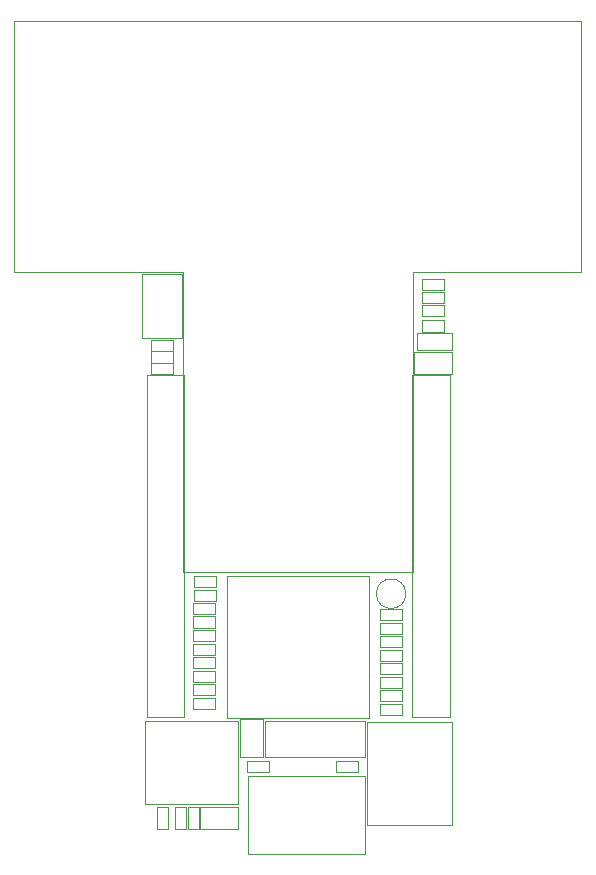
<source format=gbr>
G04 #@! TF.GenerationSoftware,KiCad,Pcbnew,(5.1.5-0)*
G04 #@! TF.CreationDate,2024-09-01T10:05:18-07:00*
G04 #@! TF.ProjectId,wvr_v.1.0,7776725f-762e-4312-9e30-2e6b69636164,rev?*
G04 #@! TF.SameCoordinates,Original*
G04 #@! TF.FileFunction,Other,User*
%FSLAX46Y46*%
G04 Gerber Fmt 4.6, Leading zero omitted, Abs format (unit mm)*
G04 Created by KiCad (PCBNEW (5.1.5-0)) date 2024-09-01 10:05:18*
%MOMM*%
%LPD*%
G04 APERTURE LIST*
%ADD10C,0.050000*%
G04 APERTURE END LIST*
D10*
X131020000Y-25190000D02*
X132880000Y-25190000D01*
X131020000Y-26130000D02*
X131020000Y-25190000D01*
X132880000Y-26130000D02*
X131020000Y-26130000D01*
X132880000Y-25190000D02*
X132880000Y-26130000D01*
X140523000Y-55340740D02*
X138623000Y-55340740D01*
X138623000Y-55340740D02*
X138623000Y-58540740D01*
X140523000Y-58540740D02*
X138623000Y-58540740D01*
X140523000Y-55340740D02*
X140523000Y-58540740D01*
X130520000Y-62540000D02*
X138420000Y-62540000D01*
X130520000Y-55440000D02*
X138420000Y-55440000D01*
X138420000Y-55440000D02*
X138420000Y-62540000D01*
X130520000Y-55440000D02*
X130520000Y-62540000D01*
X133680000Y-23090000D02*
X130280000Y-23090000D01*
X133680000Y-17590000D02*
X133680000Y-23090000D01*
X130280000Y-17590000D02*
X133680000Y-17590000D01*
X130280000Y-23090000D02*
X130280000Y-17590000D01*
X137480000Y-43240000D02*
X149480000Y-43240000D01*
X137480000Y-55240000D02*
X137480000Y-43240000D01*
X149480000Y-55240000D02*
X137480000Y-55240000D01*
X149480000Y-43240000D02*
X149480000Y-55240000D01*
X139310000Y-60115000D02*
X149210000Y-60115000D01*
X149210000Y-60115000D02*
X149210000Y-66726000D01*
X149210000Y-66726000D02*
X139310000Y-66726000D01*
X139310000Y-66726000D02*
X139310000Y-60115000D01*
X167500000Y-17500000D02*
X153250000Y-17500000D01*
X167500000Y3800000D02*
X167500000Y-17500000D01*
X119500000Y3800000D02*
X167500000Y3800000D01*
X119500000Y-17500000D02*
X119500000Y3800000D01*
X133750000Y-17500000D02*
X119500000Y-17500000D01*
X153250000Y-42850000D02*
X153250000Y-17500000D01*
X133750000Y-42850000D02*
X153250000Y-42850000D01*
X133750000Y-17500000D02*
X133750000Y-42850000D01*
X141033860Y-59796780D02*
X139173860Y-59796780D01*
X141033860Y-58856780D02*
X141033860Y-59796780D01*
X139173860Y-58856780D02*
X141033860Y-58856780D01*
X139173860Y-59796780D02*
X139173860Y-58856780D01*
X148564960Y-59799320D02*
X146704960Y-59799320D01*
X148564960Y-58859320D02*
X148564960Y-59799320D01*
X146704960Y-58859320D02*
X148564960Y-58859320D01*
X146704960Y-59799320D02*
X146704960Y-58859320D01*
X133108600Y-64607800D02*
X133108600Y-62747800D01*
X134048600Y-64607800D02*
X133108600Y-64607800D01*
X134048600Y-62747800D02*
X134048600Y-64607800D01*
X133108600Y-62747800D02*
X134048600Y-62747800D01*
X156533000Y-24098000D02*
X153573000Y-24098000D01*
X156533000Y-22638000D02*
X156533000Y-24098000D01*
X153573000Y-22638000D02*
X156533000Y-22638000D01*
X153573000Y-24098000D02*
X153573000Y-22638000D01*
X156550000Y-55520000D02*
X149350000Y-55520000D01*
X149350000Y-55520000D02*
X149350000Y-64320000D01*
X149350000Y-64320000D02*
X156550000Y-64320000D01*
X156550000Y-64320000D02*
X156550000Y-55520000D01*
X154010000Y-22504500D02*
X154010000Y-21564500D01*
X154010000Y-21564500D02*
X155870000Y-21564500D01*
X155870000Y-21564500D02*
X155870000Y-22504500D01*
X155870000Y-22504500D02*
X154010000Y-22504500D01*
X138442500Y-64640500D02*
X138442500Y-62740500D01*
X138442500Y-62740500D02*
X135242500Y-62740500D01*
X135242500Y-64640500D02*
X135242500Y-62740500D01*
X138442500Y-64640500D02*
X135242500Y-64640500D01*
X156540000Y-26096000D02*
X156540000Y-24196000D01*
X156540000Y-24196000D02*
X153340000Y-24196000D01*
X153340000Y-26096000D02*
X153340000Y-24196000D01*
X156540000Y-26096000D02*
X153340000Y-26096000D01*
X152634000Y-44704000D02*
G75*
G03X152634000Y-44704000I-1250000J0D01*
G01*
X153140000Y-55160000D02*
X156340000Y-55160000D01*
X153140000Y-26160000D02*
X153140000Y-55160000D01*
X156340000Y-26160000D02*
X153140000Y-26160000D01*
X156340000Y-55160000D02*
X156340000Y-26160000D01*
X133880000Y-55160000D02*
X133880000Y-26160000D01*
X133880000Y-26160000D02*
X130680000Y-26160000D01*
X130680000Y-26160000D02*
X130680000Y-55160000D01*
X130680000Y-55160000D02*
X133880000Y-55160000D01*
X131020000Y-23190000D02*
X132880000Y-23190000D01*
X131020000Y-24130000D02*
X131020000Y-23190000D01*
X132880000Y-24130000D02*
X131020000Y-24130000D01*
X132880000Y-23190000D02*
X132880000Y-24130000D01*
X155870000Y-20231000D02*
X155870000Y-21171000D01*
X155870000Y-21171000D02*
X154010000Y-21171000D01*
X154010000Y-21171000D02*
X154010000Y-20231000D01*
X154010000Y-20231000D02*
X155870000Y-20231000D01*
X149210000Y-55440000D02*
X140710000Y-55440000D01*
X149210000Y-58540000D02*
X149210000Y-55440000D01*
X140710000Y-58540000D02*
X149210000Y-58540000D01*
X140710000Y-55440000D02*
X140710000Y-58540000D01*
X136502500Y-52159000D02*
X134642500Y-52159000D01*
X136502500Y-51219000D02*
X136502500Y-52159000D01*
X134642500Y-51219000D02*
X136502500Y-51219000D01*
X134642500Y-52159000D02*
X134642500Y-51219000D01*
X132880000Y-25130000D02*
X131020000Y-25130000D01*
X132880000Y-24190000D02*
X132880000Y-25130000D01*
X131020000Y-24190000D02*
X132880000Y-24190000D01*
X131020000Y-25130000D02*
X131020000Y-24190000D01*
X131559200Y-64633200D02*
X131559200Y-62773200D01*
X132499200Y-64633200D02*
X131559200Y-64633200D01*
X132499200Y-62773200D02*
X132499200Y-64633200D01*
X131559200Y-62773200D02*
X132499200Y-62773200D01*
X134642500Y-45504000D02*
X136502500Y-45504000D01*
X134642500Y-46444000D02*
X134642500Y-45504000D01*
X136502500Y-46444000D02*
X134642500Y-46444000D01*
X136502500Y-45504000D02*
X136502500Y-46444000D01*
X134665500Y-44361000D02*
X136525500Y-44361000D01*
X134665500Y-45301000D02*
X134665500Y-44361000D01*
X136525500Y-45301000D02*
X134665500Y-45301000D01*
X136525500Y-44361000D02*
X136525500Y-45301000D01*
X152314000Y-46952000D02*
X150454000Y-46952000D01*
X152314000Y-46012000D02*
X152314000Y-46952000D01*
X150454000Y-46012000D02*
X152314000Y-46012000D01*
X150454000Y-46952000D02*
X150454000Y-46012000D01*
X152314000Y-50381000D02*
X150454000Y-50381000D01*
X152314000Y-49441000D02*
X152314000Y-50381000D01*
X150454000Y-49441000D02*
X152314000Y-49441000D01*
X150454000Y-50381000D02*
X150454000Y-49441000D01*
X152314000Y-49238000D02*
X150454000Y-49238000D01*
X152314000Y-48298000D02*
X152314000Y-49238000D01*
X150454000Y-48298000D02*
X152314000Y-48298000D01*
X150454000Y-49238000D02*
X150454000Y-48298000D01*
X152314000Y-48095000D02*
X150454000Y-48095000D01*
X152314000Y-47155000D02*
X152314000Y-48095000D01*
X150454000Y-47155000D02*
X152314000Y-47155000D01*
X150454000Y-48095000D02*
X150454000Y-47155000D01*
X150454000Y-52870000D02*
X152314000Y-52870000D01*
X150454000Y-53810000D02*
X150454000Y-52870000D01*
X152314000Y-53810000D02*
X150454000Y-53810000D01*
X152314000Y-52870000D02*
X152314000Y-53810000D01*
X152291000Y-54953000D02*
X150431000Y-54953000D01*
X152291000Y-54013000D02*
X152291000Y-54953000D01*
X150431000Y-54013000D02*
X152291000Y-54013000D01*
X150431000Y-54953000D02*
X150431000Y-54013000D01*
X136502500Y-53302000D02*
X134642500Y-53302000D01*
X136502500Y-52362000D02*
X136502500Y-53302000D01*
X134642500Y-52362000D02*
X136502500Y-52362000D01*
X134642500Y-53302000D02*
X134642500Y-52362000D01*
X136502500Y-51016000D02*
X134642500Y-51016000D01*
X136502500Y-50076000D02*
X136502500Y-51016000D01*
X134642500Y-50076000D02*
X136502500Y-50076000D01*
X134642500Y-51016000D02*
X134642500Y-50076000D01*
X150454000Y-50584000D02*
X152314000Y-50584000D01*
X150454000Y-51524000D02*
X150454000Y-50584000D01*
X152314000Y-51524000D02*
X150454000Y-51524000D01*
X152314000Y-50584000D02*
X152314000Y-51524000D01*
X136502500Y-49873000D02*
X134642500Y-49873000D01*
X136502500Y-48933000D02*
X136502500Y-49873000D01*
X134642500Y-48933000D02*
X136502500Y-48933000D01*
X134642500Y-49873000D02*
X134642500Y-48933000D01*
X136502500Y-48730000D02*
X134642500Y-48730000D01*
X136502500Y-47790000D02*
X136502500Y-48730000D01*
X134642500Y-47790000D02*
X136502500Y-47790000D01*
X134642500Y-48730000D02*
X134642500Y-47790000D01*
X150454000Y-51727000D02*
X152314000Y-51727000D01*
X150454000Y-52667000D02*
X150454000Y-51727000D01*
X152314000Y-52667000D02*
X150454000Y-52667000D01*
X152314000Y-51727000D02*
X152314000Y-52667000D01*
X155870000Y-18072000D02*
X155870000Y-19012000D01*
X155870000Y-19012000D02*
X154010000Y-19012000D01*
X154010000Y-19012000D02*
X154010000Y-18072000D01*
X154010000Y-18072000D02*
X155870000Y-18072000D01*
X134175400Y-64607800D02*
X134175400Y-62747800D01*
X135115400Y-64607800D02*
X134175400Y-64607800D01*
X135115400Y-62747800D02*
X135115400Y-64607800D01*
X134175400Y-62747800D02*
X135115400Y-62747800D01*
X136479500Y-54445000D02*
X134619500Y-54445000D01*
X136479500Y-53505000D02*
X136479500Y-54445000D01*
X134619500Y-53505000D02*
X136479500Y-53505000D01*
X134619500Y-54445000D02*
X134619500Y-53505000D01*
X154010000Y-20091500D02*
X154010000Y-19151500D01*
X154010000Y-19151500D02*
X155870000Y-19151500D01*
X155870000Y-19151500D02*
X155870000Y-20091500D01*
X155870000Y-20091500D02*
X154010000Y-20091500D01*
X134665500Y-43218000D02*
X136525500Y-43218000D01*
X134665500Y-44158000D02*
X134665500Y-43218000D01*
X136525500Y-44158000D02*
X134665500Y-44158000D01*
X136525500Y-43218000D02*
X136525500Y-44158000D01*
X136489800Y-47561600D02*
X134629800Y-47561600D01*
X136489800Y-46621600D02*
X136489800Y-47561600D01*
X134629800Y-46621600D02*
X136489800Y-46621600D01*
X134629800Y-47561600D02*
X134629800Y-46621600D01*
M02*

</source>
